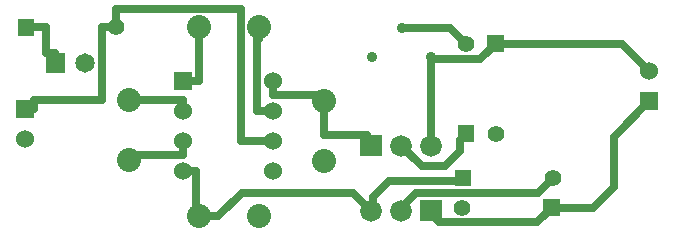
<source format=gbr>
G04 start of page 2 for group 0 idx 0 *
G04 Title: OpenTDCS, v4, component *
G04 Creator: pcb 1.99z *
G04 CreationDate: Fri 15 Feb 2013 10:32:06 PM GMT UTC *
G04 For: nock *
G04 Format: Gerber/RS-274X *
G04 PCB-Dimensions (mil): 2250.00 850.00 *
G04 PCB-Coordinate-Origin: lower left *
%MOIN*%
%FSLAX25Y25*%
%LNTOP*%
%ADD84C,0.0420*%
%ADD83C,0.0200*%
%ADD82C,0.0430*%
%ADD81C,0.0300*%
%ADD80C,0.0380*%
%ADD79C,0.0350*%
%ADD78C,0.0280*%
%ADD77C,0.0720*%
%ADD76C,0.0360*%
%ADD75C,0.0650*%
%ADD74C,0.0550*%
%ADD73C,0.0800*%
%ADD72C,0.0600*%
%ADD71C,0.0001*%
%ADD70C,0.0250*%
G54D70*X62008Y51850D02*Y48425D01*
Y51850D02*X44291D01*
X67598Y58425D02*X62008D01*
X39843Y82392D02*Y76142D01*
X81348Y82392D02*X39843D01*
Y76142D02*X35106D01*
Y52095D01*
X12508D01*
Y49095D01*
X9508D01*
X16356Y76142D02*X9843D01*
X16356D02*Y67581D01*
X19606D02*X16356D01*
X19606D02*Y64331D01*
X62008Y38425D02*Y33675D01*
X44291D01*
Y31850D01*
X66614Y19400D02*Y13150D01*
Y28425D02*X62008D01*
X66614D02*Y13150D01*
X67598D02*X73819D01*
X81693Y21024D01*
X109252Y51535D02*Y40372D01*
X92008Y58425D02*Y53675D01*
X109252D02*X92008D01*
X109252D02*Y51535D01*
X92008Y48425D02*X86758D01*
X123390Y40372D02*Y37785D01*
X144875Y66235D02*Y65236D01*
Y66235D02*X144843D01*
Y36772D01*
X81348Y82392D02*Y38425D01*
X67598Y76142D02*Y58425D01*
X86758Y72142D02*Y48425D01*
X87598Y72142D02*X86758D01*
X87598Y76142D02*Y72142D01*
X135033Y76078D02*X151127D01*
X156496Y70709D01*
X154528Y38740D02*X156496Y40709D01*
X144875Y65505D02*X161135D01*
X166339Y70709D01*
X208346D01*
X217520Y61535D01*
X205709Y39724D02*X217520Y51535D01*
X123390Y40372D02*X109252D01*
X92008Y38425D02*X81348D01*
X124843Y37785D02*X123390D01*
X124843D02*Y36772D01*
X134843D02*X141732Y29882D01*
X149606D01*
X154528Y34803D01*
Y38740D01*
X81693Y21024D02*X118937D01*
X130906Y24961D02*X155512D01*
X139764Y21024D02*X180591D01*
X185512Y25945D01*
X118937Y21024D02*X124843Y15118D01*
X134843D02*Y16102D01*
X125413Y14547D02*Y19469D01*
X130906Y24961D01*
X134843Y16102D02*X139764Y21024D01*
X144843Y15118D02*Y13976D01*
X147638Y11181D01*
X180118D01*
X185039Y16102D01*
X198819D01*
X205709Y22992D01*
Y39724D01*
G54D71*G36*
X59008Y61425D02*Y55425D01*
X65008D01*
Y61425D01*
X59008D01*
G37*
G54D72*X62008Y48425D03*
Y38425D03*
Y28425D03*
X92008D03*
Y38425D03*
Y48425D03*
G54D73*X87598Y13150D03*
X67598D03*
X44291Y31850D03*
Y51850D03*
G54D71*G36*
X6508Y52095D02*Y46095D01*
X12508D01*
Y52095D01*
X6508D01*
G37*
G54D72*X9508Y39095D03*
G54D71*G36*
X7093Y78892D02*Y73392D01*
X12593D01*
Y78892D01*
X7093D01*
G37*
G54D74*X39843Y76142D03*
G54D73*X87598D03*
X67598D03*
G54D71*G36*
X16356Y67581D02*Y61081D01*
X22856D01*
Y67581D01*
X16356D01*
G37*
G54D75*X29606Y64331D03*
G54D71*G36*
X214520Y54535D02*Y48535D01*
X220520D01*
Y54535D01*
X214520D01*
G37*
G54D72*X217520Y61535D03*
X92008Y58425D03*
G54D73*X109252Y51535D03*
G54D76*X125190Y66235D03*
X144875D03*
X135033Y76078D03*
G54D74*X156496Y70709D03*
G54D71*G36*
X163589Y73459D02*Y67959D01*
X169089D01*
Y73459D01*
X163589D01*
G37*
G54D73*X109252Y31535D03*
G54D71*G36*
X121243Y40372D02*Y33172D01*
X128443D01*
Y40372D01*
X121243D01*
G37*
G36*
X141243Y18718D02*Y11518D01*
X148443D01*
Y18718D01*
X141243D01*
G37*
G36*
X182289Y18852D02*Y13352D01*
X187789D01*
Y18852D01*
X182289D01*
G37*
G54D74*X155039Y16102D03*
G54D77*X134843Y15118D03*
X124843D03*
X134843Y36772D03*
X144843D03*
G54D71*G36*
X153746Y43459D02*Y37959D01*
X159246D01*
Y43459D01*
X153746D01*
G37*
G54D74*X166339Y40709D03*
G54D71*G36*
X152762Y28695D02*Y23195D01*
X158262D01*
Y28695D01*
X152762D01*
G37*
G54D74*X185512Y25945D03*
G54D78*G54D79*G54D80*G54D81*G54D79*G54D82*G54D80*G54D78*G54D79*G54D83*G54D81*G54D79*G54D84*G54D81*G54D84*G54D81*M02*

</source>
